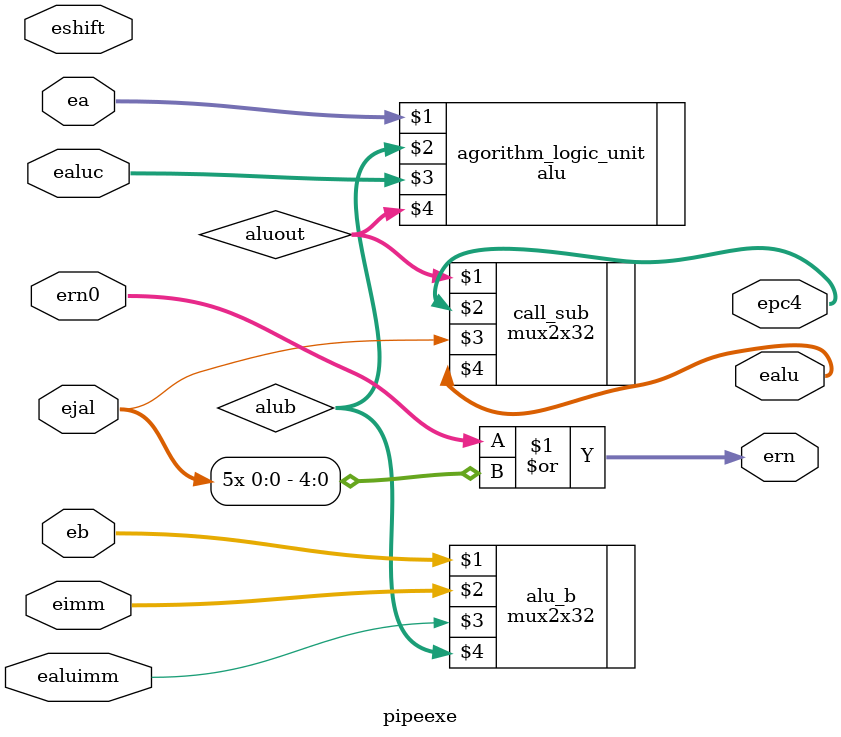
<source format=v>
module pipeexe(ealuc,ealuimm,ea,eb,eimm,eshift,ern0,epc4,ejal,ern,ealu);
input wire[3:0] ealuc;
input wire[31:0] ea, eb, eimm;
input wire ealuimm, eshift;
input wire ejal;
input wire[4:0] ern0;
output wire[4:0] ern;
output wire[31:0] ealu, epc4;

wire [31:0] alua,alub,aluout;
mux2x32 alu_b(eb,eimm,ealuimm,alub);
alu agorithm_logic_unit(ea,alub,ealuc,aluout);
mux2x32 call_sub(aluout,epc4,ejal,ealu);
assign ern = ern0 | {5{ejal}}; // jal: r31 <-- p4;  // 31 or ern0/ reg_dest - mc

endmodule
</source>
